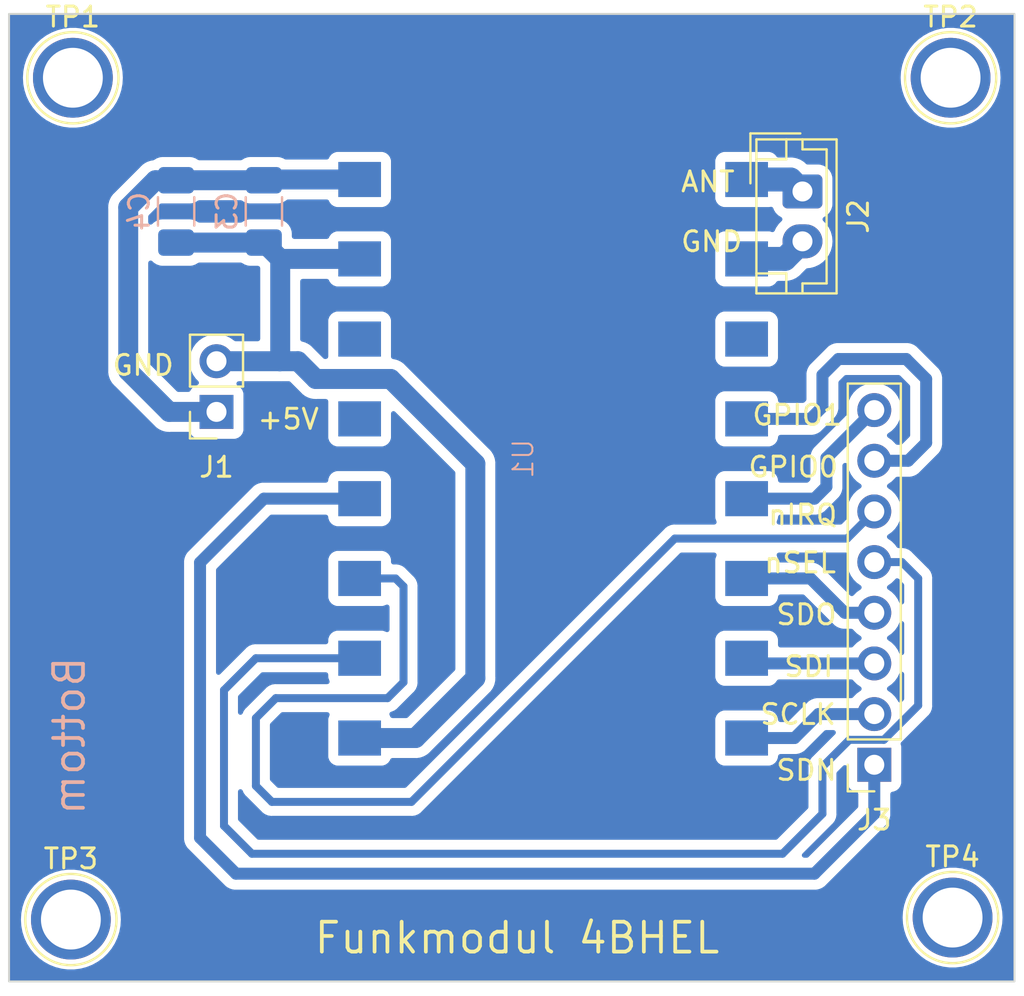
<source format=kicad_pcb>
(kicad_pcb (version 20221018) (generator pcbnew)
  (layers (0 "F.Cu" signal) (31 "B.Cu" signal) (34 "B.Paste" user) (35 "F.Paste" user) (36 "B.SilkS" user "B.Silkscreen") (37 "F.SilkS" user "F.Silkscreen") (38 "B.Mask" user) (39 "F.Mask" user) (44 "Edge.Cuts" user))
  (net 0 "")
  (net 1 "GND")
  (footprint "Connector_PinSocket_2.54mm:PinSocket_1x02_P2.54mm_Vertical" (layer "F.Cu") (at 130.5 98.45 180)
    (fp_text reference "J1" (at 0 -2.77) (layer "F.SilkS"))
    (fp_text value "Conn_01x02_Socket")
    (fp_line (start -1.33 1.27) (end -1.33 3.87) (stroke (width 0.12)) (layer "F.SilkS"))
    (fp_line (start -1.33 1.27) (end 1.33 1.27) (stroke (width 0.12)) (layer "F.SilkS"))
    (fp_line (start -1.33 3.87) (end 1.33 3.87) (stroke (width 0.12)) (layer "F.SilkS"))
    (fp_line (start 0 -1.33) (end 1.33 -1.33) (stroke (width 0.12)) (layer "F.SilkS"))
    (fp_line (start 1.33 -1.33) (end 1.33 0) (stroke (width 0.12)) (layer "F.SilkS"))
    (fp_line (start 1.33 1.27) (end 1.33 3.87) (stroke (width 0.12)) (layer "F.SilkS"))
    (pad "1" thru_hole rect (at 0 0 180) (size 1.7 1.7) (drill 1) (layers "*.Cu" "*.Mask"))
    (pad "2" thru_hole oval (at 0 2.54 180) (size 1.7 1.7) (drill 1) (layers "*.Cu" "*.Mask"))
  )
  (footprint "Connector_PinSocket_2.54mm:PinSocket_1x08_P2.54mm_Vertical" (layer "F.Cu") (at 163.475 116.14 180)
    (fp_text reference "J3" (at 0 -2.77) (layer "F.SilkS"))
    (fp_text value "Conn_01x08_Socket")
    (fp_line (start -1.33 1.27) (end -1.33 19.11) (stroke (width 0.12)) (layer "F.SilkS"))
    (fp_line (start -1.33 1.27) (end 1.33 1.27) (stroke (width 0.12)) (layer "F.SilkS"))
    (fp_line (start -1.33 19.11) (end 1.33 19.11) (stroke (width 0.12)) (layer "F.SilkS"))
    (fp_line (start 0 -1.33) (end 1.33 -1.33) (stroke (width 0.12)) (layer "F.SilkS"))
    (fp_line (start 1.33 -1.33) (end 1.33 0) (stroke (width 0.12)) (layer "F.SilkS"))
    (fp_line (start 1.33 1.27) (end 1.33 19.11) (stroke (width 0.12)) (layer "F.SilkS"))
    (pad "1" thru_hole rect (at 0 0 180) (size 1.7 1.7) (drill 1) (layers "*.Cu" "*.Mask"))
    (pad "2" thru_hole oval (at 0 2.54 180) (size 1.7 1.7) (drill 1) (layers "*.Cu" "*.Mask"))
    (pad "3" thru_hole oval (at 0 5.08 180) (size 1.7 1.7) (drill 1) (layers "*.Cu" "*.Mask"))
    (pad "4" thru_hole oval (at 0 7.62 180) (size 1.7 1.7) (drill 1) (layers "*.Cu" "*.Mask"))
    (pad "5" thru_hole oval (at 0 10.16 180) (size 1.7 1.7) (drill 1) (layers "*.Cu" "*.Mask"))
    (pad "6" thru_hole oval (at 0 12.7 180) (size 1.7 1.7) (drill 1) (layers "*.Cu" "*.Mask"))
    (pad "7" thru_hole oval (at 0 15.24 180) (size 1.7 1.7) (drill 1) (layers "*.Cu" "*.Mask"))
    (pad "8" thru_hole oval (at 0 17.78 180) (size 1.7 1.7) (drill 1) (layers "*.Cu" "*.Mask"))
  )
  (footprint "TestPoint:TestPoint_Plated_Hole_D3.0mm" (layer "F.Cu") (at 123.2 123.9)
    (fp_text reference "TP3" (at 0 -3.048) (layer "F.SilkS"))
    (fp_text value "TestPoint")
    (fp_circle (center 0 0) (end 0 -2.286) (stroke (width 0.12)) (fill none) (layer "F.SilkS"))
    (pad "1" thru_hole circle (at 0 0) (size 4 4) (drill 3) (layers "*.Cu" "*.Mask"))
  )
  (footprint "Connector_JST:JST_EH_B2B-EH-A_1x02_P2.50mm_Vertical" (layer "F.Cu") (at 159.875 87.4 -90)
    (fp_text reference "J2" (at 1.25 -2.8 90) (layer "F.SilkS"))
    (fp_text value "Conn_01x02_Socket")
    (fp_line (start -2.91 0.11) (end -2.91 2.61) (stroke (width 0.12)) (layer "F.SilkS"))
    (fp_line (start -2.91 2.61) (end -0.41 2.61) (stroke (width 0.12)) (layer "F.SilkS"))
    (fp_line (start -2.61 -1.71) (end -2.61 2.31) (stroke (width 0.12)) (layer "F.SilkS"))
    (fp_line (start -2.61 0) (end -2.11 0) (stroke (width 0.12)) (layer "F.SilkS"))
    (fp_line (start -2.61 0.81) (end -1.61 0.81) (stroke (width 0.12)) (layer "F.SilkS"))
    (fp_line (start -2.61 2.31) (end 5.11 2.31) (stroke (width 0.12)) (layer "F.SilkS"))
    (fp_line (start -2.11 -1.21) (end 4.61 -1.21) (stroke (width 0.12)) (layer "F.SilkS"))
    (fp_line (start -2.11 0) (end -2.11 -1.21) (stroke (width 0.12)) (layer "F.SilkS"))
    (fp_line (start -1.61 0.81) (end -1.61 2.31) (stroke (width 0.12)) (layer "F.SilkS"))
    (fp_line (start 4.11 0.81) (end 4.11 2.31) (stroke (width 0.12)) (layer "F.SilkS"))
    (fp_line (start 4.61 -1.21) (end 4.61 0) (stroke (width 0.12)) (layer "F.SilkS"))
    (fp_line (start 4.61 0) (end 5.11 0) (stroke (width 0.12)) (layer "F.SilkS"))
    (fp_line (start 5.11 -1.71) (end -2.61 -1.71) (stroke (width 0.12)) (layer "F.SilkS"))
    (fp_line (start 5.11 0.81) (end 4.11 0.81) (stroke (width 0.12)) (layer "F.SilkS"))
    (fp_line (start 5.11 2.31) (end 5.11 -1.71) (stroke (width 0.12)) (layer "F.SilkS"))
    (pad "1" thru_hole roundrect (at 0 0 270) (size 1.7 2) (drill 1) (layers "*.Cu" "*.Mask") (roundrect_rratio 0.1470588235))
    (pad "2" thru_hole oval (at 2.5 0 270) (size 1.7 2) (drill 1) (layers "*.Cu" "*.Mask"))
  )
  (footprint "TestPoint:TestPoint_Plated_Hole_D3.0mm" (layer "F.Cu") (at 167.4 123.8)
    (fp_text reference "TP4" (at 0 -3.048) (layer "F.SilkS"))
    (fp_text value "TestPoint")
    (fp_circle (center 0 0) (end 0 -2.286) (stroke (width 0.12)) (fill none) (layer "F.SilkS"))
    (pad "1" thru_hole circle (at 0 0) (size 4 4) (drill 3) (layers "*.Cu" "*.Mask"))
  )
  (footprint "TestPoint:TestPoint_Plated_Hole_D3.0mm" (layer "F.Cu") (at 167.3 81.7)
    (fp_text reference "TP2" (at 0 -3.048) (layer "F.SilkS"))
    (fp_text value "TestPoint")
    (fp_circle (center 0 0) (end 0 -2.286) (stroke (width 0.12)) (fill none) (layer "F.SilkS"))
    (pad "1" thru_hole circle (at 0 0) (size 4 4) (drill 3) (layers "*.Cu" "*.Mask"))
  )
  (footprint "TestPoint:TestPoint_Plated_Hole_D3.0mm" (layer "F.Cu") (at 123.3 81.7)
    (fp_text reference "TP1" (at 0 -3.048) (layer "F.SilkS"))
    (fp_text value "TestPoint")
    (fp_circle (center 0 0) (end 0 -2.286) (stroke (width 0.12)) (fill none) (layer "F.SilkS"))
    (pad "1" thru_hole circle (at 0 0) (size 4 4) (drill 3) (layers "*.Cu" "*.Mask"))
  )
  (footprint "Capacitor_SMD:C_1206_3216Metric_Pad1.33x1.80mm_HandSolder" (layer "B.Cu") (at 128.475 88.4 -90)
    (fp_text reference "C4" (at 0 1.85 90) (layer "B.SilkS") (effects (justify mirror)))
    (fp_text value "47u")
    (fp_line (start -0.711252 -0.91) (end 0.711252 -0.91) (stroke (width 0.12)) (layer "B.SilkS"))
    (fp_line (start -0.711252 0.91) (end 0.711252 0.91) (stroke (width 0.12)) (layer "B.SilkS"))
    (pad "1" smd roundrect (at -1.5625 0 270) (size 1.325 1.8) (layers "B.Cu" "B.Paste" "B.Mask") (roundrect_rratio 0.1886792453))
    (pad "2" smd roundrect (at 1.5625 0 270) (size 1.325 1.8) (layers "B.Cu" "B.Paste" "B.Mask") (roundrect_rratio 0.1886792453))
  )
  (footprint "RF:Si4463" (layer "B.Cu") (at 147.375 100.8 -90)
    (fp_text reference "U1" (at 0 1.5 90 unlocked) (layer "B.SilkS") (effects (font (thickness 0.1)) (justify mirror)))
    (fp_text value "Si4463_eigen")
    (pad "1" smd rect (at -14 9.7 180) (size 2.143 1.762) (layers "B.Cu" "B.Paste" "B.Mask"))
    (pad "2" smd rect (at -10.019 9.7 180) (size 2.143 1.762) (layers "B.Cu" "B.Paste" "B.Mask"))
    (pad "3" smd rect (at -6 9.7 180) (size 2.143 1.762) (layers "B.Cu" "B.Paste" "B.Mask"))
    (pad "4" smd rect (at -2 9.7 180) (size 2.143 1.762) (layers "B.Cu" "B.Paste" "B.Mask"))
    (pad "5" smd rect (at 2 9.7 180) (size 2.143 1.762) (layers "B.Cu" "B.Paste" "B.Mask"))
    (pad "6" smd rect (at 6 9.7 180) (size 2.143 1.762) (layers "B.Cu" "B.Paste" "B.Mask"))
    (pad "7" smd rect (at 10 9.7 180) (size 2.143 1.762) (layers "B.Cu" "B.Paste" "B.Mask"))
    (pad "8" smd rect (at 14 9.7 180) (size 2.143 1.762) (layers "B.Cu" "B.Paste" "B.Mask"))
    (pad "9" smd rect (at -14 -9.7 180) (size 2.143 1.762) (layers "B.Cu" "B.Paste" "B.Mask"))
    (pad "10" smd rect (at -10.019 -9.7 180) (size 2.143 1.762) (layers "B.Cu" "B.Paste" "B.Mask"))
    (pad "11" smd rect (at -6 -9.7 180) (size 2.143 1.762) (layers "B.Cu" "B.Paste" "B.Mask"))
    (pad "12" smd rect (at -2 -9.7 180) (size 2.143 1.762) (layers "B.Cu" "B.Paste" "B.Mask"))
    (pad "13" smd rect (at 2 -9.7 180) (size 2.143 1.762) (layers "B.Cu" "B.Paste" "B.Mask"))
    (pad "14" smd rect (at 6 -9.7 180) (size 2.143 1.762) (layers "B.Cu" "B.Paste" "B.Mask"))
    (pad "15" smd rect (at 10 -9.7 180) (size 2.143 1.762) (layers "B.Cu" "B.Paste" "B.Mask"))
    (pad "16" smd rect (at 14 -9.7 180) (size 2.143 1.762) (layers "B.Cu" "B.Paste" "B.Mask"))
  )
  (footprint "Capacitor_SMD:C_1206_3216Metric_Pad1.33x1.80mm_HandSolder" (layer "B.Cu") (at 132.875 88.4 -90)
    (fp_text reference "C3" (at 0 1.85 90) (layer "B.SilkS") (effects (justify mirror)))
    (fp_text value "100n")
    (fp_line (start -0.711252 -0.91) (end 0.711252 -0.91) (stroke (width 0.12)) (layer "B.SilkS"))
    (fp_line (start -0.711252 0.91) (end 0.711252 0.91) (stroke (width 0.12)) (layer "B.SilkS"))
    (pad "1" smd roundrect (at -1.5625 0 270) (size 1.325 1.8) (layers "B.Cu" "B.Paste" "B.Mask") (roundrect_rratio 0.1886792453))
    (pad "2" smd roundrect (at 1.5625 0 270) (size 1.325 1.8) (layers "B.Cu" "B.Paste" "B.Mask") (roundrect_rratio 0.1886792453))
  )
  (gr_rect (start 120.1 78.5) (end 170.5 127) (stroke (width 0.1)) (fill none) (layer "Edge.Cuts"))
  (gr_text "Bottom" (at 124 110.6 90) (layer "B.SilkS") (effects (font (size 1.5 1.5) (thickness 0.1875)) (justify left bottom mirror)))
  (gr_text "Funkmodul 4BHEL" (at 135.3 125.7) (layer "F.SilkS") (effects (font (size 1.5 1.5) (thickness 0.1875)) (justify left bottom)))
  (gr_text "ANT" (at 153.7 87.5) (layer "F.SilkS") (effects (font (size 1 1)) (justify left bottom)))
  (gr_text "GND" (at 125.2 96.7) (layer "F.SilkS") (effects (font (size 1 1)) (justify left bottom)))
  (gr_text "GPIO0" (at 157.075 101.8) (layer "F.SilkS") (effects (font (size 1 1)) (justify left bottom)))
  (gr_text "+5V" (at 132.475 99.4) (layer "F.SilkS") (effects (font (size 1 1)) (justify left bottom)))
  (gr_text "SDI" (at 158.875 111.8) (layer "F.SilkS") (effects (font (size 1 1)) (justify left bottom)))
  (gr_text "SCLK" (at 157.675 114.2) (layer "F.SilkS") (effects (font (size 1 1)) (justify left bottom)))
  (gr_text "nSEL" (at 157.875 106.6) (layer "F.SilkS") (effects (font (size 1 1)) (justify left bottom)))
  (gr_text "nIRQ" (at 158.075 104.2) (layer "F.SilkS") (effects (font (size 1 1)) (justify left bottom)))
  (gr_text "SDO" (at 158.475 109.2) (layer "F.SilkS") (effects (font (size 1 1)) (justify left bottom)))
  (gr_text "GPIO1" (at 157.275 99.2) (layer "F.SilkS") (effects (font (size 1 1)) (justify left bottom)))
  (gr_text "GND" (at 153.7 90.5) (layer "F.SilkS") (effects (font (size 1 1)) (justify left bottom)))
  (gr_text "SDN" (at 158.475 117) (layer "F.SilkS") (effects (font (size 1 1)) (justify left bottom)))
  (segment (start 133.6935 90.781) (end 132.875 89.9625) (width 1) (layer "B.Cu") (net 0))
  (segment (start 160.475 121.6) (end 131.475 121.6) (width 0.6) (layer "B.Cu") (net 0))
  (segment (start 163.475 116.14) (end 163.475 118.6) (width 0.6) (layer "B.Cu") (net 0))
  (segment (start 129.675 119.8) (end 129.675 106) (width 0.6) (layer "B.Cu") (net 0))
  (segment (start 130.5 95.91) (end 133.675 95.91) (width 1) (layer "B.Cu") (net 0))
  (segment (start 133.475 112.8) (end 139.075 112.8) (width 0.4) (layer "B.Cu") (net 0))
  (segment (start 137.875 86.8) (end 132.9125 86.8) (width 1) (layer "B.Cu") (net 0))
  (segment (start 128.125 98.45) (end 126.075 96.4) (width 1) (layer "B.Cu") (net 0))
  (segment (start 130.875 112.4) (end 132.475 110.8) (width 0.4) (layer "B.Cu") (net 0))
  (segment (start 132.475 110.8) (end 137.875 110.8) (width 0.4) (layer "B.Cu") (net 0))
  (segment (start 157.275 106.8) (end 160.275 106.8) (width 0.6) (layer "B.Cu") (net 0))
  (segment (start 163.475 98.36) (end 161.075 100.76) (width 0.6) (layer "B.Cu") (net 0))
  (segment (start 132.475 117.2) (end 132.475 113.8) (width 0.4) (layer "B.Cu") (net 0))
  (segment (start 164.855 105.98) (end 165.675 106.8) (width 0.4) (layer "B.Cu") (net 0))
  (segment (start 126.075 96.4) (end 126.075 88.2) (width 1) (layer "B.Cu") (net 0))
  (segment (start 163.475 103.44) (end 162.115 104.8) (width 0.4) (layer "B.Cu") (net 0))
  (segment (start 158.994 90.781) (end 159.875 89.9) (width 1.2) (layer "B.Cu") (net 0))
  (segment (start 132.875 86.8375) (end 128.475 86.8375) (width 1) (layer "B.Cu") (net 0))
  (segment (start 143.475 101.0475) (end 143.475 111.8) (width 1) (layer "B.Cu") (net 0))
  (segment (start 157.275 98.8) (end 160.275 98.8) (width 0.6) (layer "B.Cu") (net 0))
  (segment (start 160.875 116.24) (end 160.875 118.6) (width 0.4) (layer "B.Cu") (net 0))
  (segment (start 165.175 100.9) (end 163.475 100.9) (width 0.6) (layer "B.Cu") (net 0))
  (segment (start 157.275 86.8) (end 159.275 86.8) (width 1.2) (layer "B.Cu") (net 0))
  (segment (start 160.475 102.8) (end 157.275 102.8) (width 0.6) (layer "B.Cu") (net 0))
  (segment (start 131.475 121.6) (end 129.675 119.8) (width 0.6) (layer "B.Cu") (net 0))
  (segment (start 165.075 95.8) (end 166.075 96.8) (width 0.6) (layer "B.Cu") (net 0))
  (segment (start 159.475 114.8) (end 160.675 113.6) (width 0.6) (layer "B.Cu") (net 0))
  (segment (start 165.675 113.167767) (end 163.952767 114.89) (width 0.4) (layer "B.Cu") (net 0))
  (segment (start 160.875 96.6) (end 161.675 95.8) (width 0.6) (layer "B.Cu") (net 0))
  (segment (start 143.475 111.8) (end 140.475 114.8) (width 1) (layer "B.Cu") (net 0))
  (segment (start 163.475 105.98) (end 164.855 105.98) (width 0.4) (layer "B.Cu") (net 0))
  (segment (start 134.585 95.91) (end 135.475 96.8) (width 1) (layer "B.Cu") (net 0))
  (segment (start 160.675 113.6) (end 163.475 113.6) (width 0.6) (layer "B.Cu") (net 0))
  (segment (start 162.115 104.8) (end 153.475 104.8) (width 0.4) (layer "B.Cu") (net 0))
  (segment (start 166.075 96.8) (end 166.075 100) (width 0.6) (layer "B.Cu") (net 0))
  (segment (start 130.5 98.45) (end 128.125 98.45) (width 1) (layer "B.Cu") (net 0))
  (segment (start 140.275 118) (end 133.275 118) (width 0.4) (layer "B.Cu") (net 0))
  (segment (start 166.075 100) (end 165.175 100.9) (width 0.6) (layer "B.Cu") (net 0))
  (segment (start 153.475 104.8) (end 140.275 118) (width 0.4) (layer "B.Cu") (net 0))
  (segment (start 126.075 88.2) (end 127.4375 86.8375) (width 1) (layer "B.Cu") (net 0))
  (segment (start 133.675 95.91) (end 134.585 95.91) (width 1) (layer "B.Cu") (net 0))
  (segment (start 160.275 106.8) (end 161.995 108.52) (width 0.6) (layer "B.Cu") (net 0))
  (segment (start 157.275 90.781) (end 158.994 90.781) (width 1.2) (layer "B.Cu") (net 0))
  (segment (start 133.6935 90.781) (end 133.6935 95.8915) (width 1) (layer "B.Cu") (net 0))
  (segment (start 165.675 106.8) (end 165.675 113.167767) (width 0.4) (layer "B.Cu") (net 0))
  (segment (start 139.475 106.8) (end 137.875 106.8) (width 0.4) (layer "B.Cu") (net 0))
  (segment (start 135.475 96.8) (end 139.2275 96.8) (width 1) (layer "B.Cu") (net 0))
  (segment (start 139.875 112) (end 139.875 107.2) (width 0.4) (layer "B.Cu") (net 0))
  (segment (start 161.075 100.76) (end 161.075 102.2) (width 0.6) (layer "B.Cu") (net 0))
  (segment (start 139.2275 96.8) (end 143.475 101.0475) (width 1) (layer "B.Cu") (net 0))
  (segment (start 163.475 111.06) (end 157.535 111.06) (width 0.6) (layer "B.Cu") (net 0))
  (segment (start 127.4375 86.8375) (end 128.475 86.8375) (width 1) (layer "B.Cu") (net 0))
  (segment (start 159.275 86.8) (end 159.875 87.4) (width 1.2) (layer "B.Cu") (net 0))
  (segment (start 132.875 102.8) (end 137.875 102.8) (width 0.6) (layer "B.Cu") (net 0))
  (segment (start 157.275 114.8) (end 159.475 114.8) (width 0.6) (layer "B.Cu") (net 0))
  (segment (start 158.875 120.6) (end 132.275 120.6) (width 0.4) (layer "B.Cu") (net 0))
  (segment (start 132.475 113.8) (end 133.475 112.8) (width 0.4) (layer "B.Cu") (net 0))
  (segment (start 162.225 114.89) (end 160.875 116.24) (width 0.4) (layer "B.Cu") (net 0))
  (segment (start 133.6935 95.8915) (end 133.675 95.91) (width 1) (layer "B.Cu") (net 0))
  (segment (start 160.875 98.2) (end 160.875 96.6) (width 0.6) (layer "B.Cu") (net 0))
  (segment (start 163.475 118.6) (end 160.475 121.6) (width 0.6) (layer "B.Cu") (net 0))
  (segment (start 130.875 119.2) (end 130.875 112.4) (width 0.4) (layer "B.Cu") (net 0))
  (segment (start 157.535 111.06) (end 157.275 110.8) (width 0.6) (layer "B.Cu") (net 0))
  (segment (start 161.075 102.2) (end 160.475 102.8) (width 0.6) (layer "B.Cu") (net 0))
  (segment (start 163.952767 114.89) (end 162.225 114.89) (width 0.4) (layer "B.Cu") (net 0))
  (segment (start 132.275 120.6) (end 130.875 119.2) (width 0.4) (layer "B.Cu") (net 0))
  (segment (start 132.875 89.9625) (end 128.475 89.9625) (width 1) (layer "B.Cu") (net 0))
  (segment (start 139.075 112.8) (end 139.875 112) (width 0.4) (layer "B.Cu") (net 0))
  (segment (start 160.275 98.8) (end 160.875 98.2) (width 0.6) (layer "B.Cu") (net 0))
  (segment (start 139.875 107.2) (end 139.475 106.8) (width 0.4) (layer "B.Cu") (net 0))
  (segment (start 129.675 106) (end 132.875 102.8) (width 0.6) (layer "B.Cu") (net 0))
  (segment (start 133.275 118) (end 132.475 117.2) (width 0.4) (layer "B.Cu") (net 0))
  (segment (start 140.475 114.8) (end 137.875 114.8) (width 1) (layer "B.Cu") (net 0))
  (segment (start 161.675 95.8) (end 165.075 95.8) (width 0.6) (layer "B.Cu") (net 0))
  (segment (start 137.875 90.781) (end 133.6935 90.781) (width 1) (layer "B.Cu") (net 0))
  (segment (start 161.995 108.52) (end 163.475 108.52) (width 0.6) (layer "B.Cu") (net 0))
  (segment (start 160.875 118.6) (end 158.875 120.6) (width 0.4) (layer "B.Cu") (net 0))
  (segment (start 132.9125 86.8) (end 132.875 86.8375) (width 1) (layer "B.Cu") (net 0))
  (zone (net 1) (net_name "GND") (layer "B.Cu") (connect_pads (clearance 0.5)) (min_thickness 0.25) (fill yes (thermal_gap 0.5) (thermal_bridge_width 0.5))
    (polygon (pts (xy 120.1 78.5) (xy 170.5 78.5) (xy 170.5 127) (xy 120.1 127)))
  )
)
</source>
